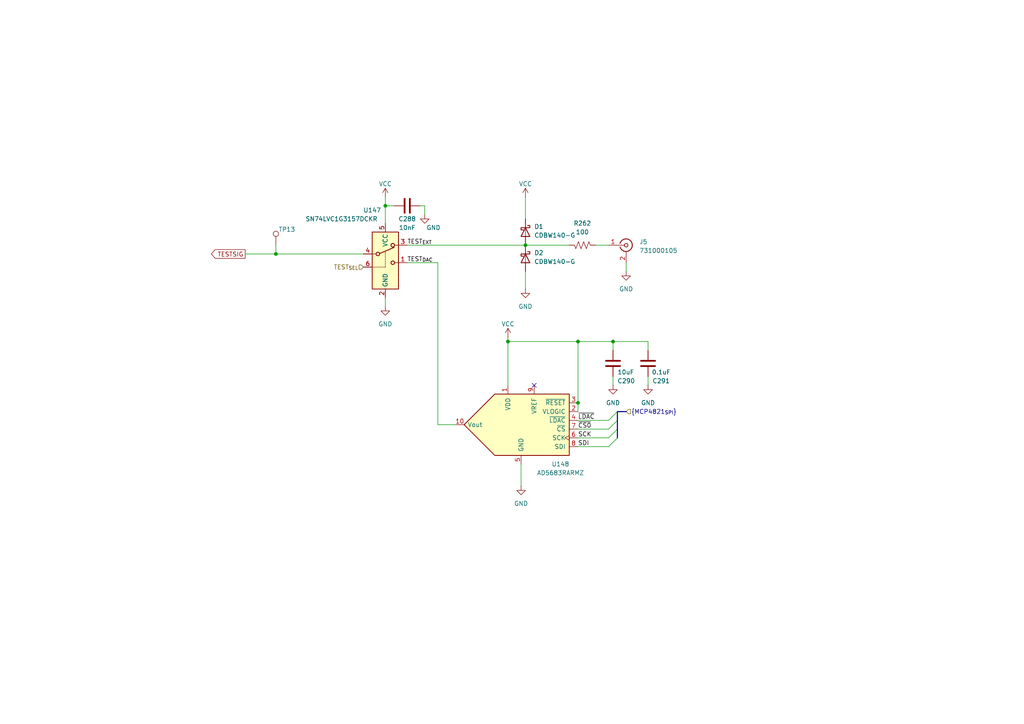
<source format=kicad_sch>
(kicad_sch (version 20231120) (generator "eeschema") (generator_version "8.0")
  (paper "A4")
  (title_block (title "Extracellular Electrophysiology Test Board") (rev "B") (company "Open Ephys, Inc") (comment 1 "Jonathan P. Newman"))
  (lib_symbols
    (symbol "Connector:Conn_Coaxial" (pin_names (offset 1.016) hide)
      (property "Reference" "J" (at 0.254 3.048 0))
      (property "Value" "Conn_Coaxial" (at 2.921 0 90))
      (symbol "Conn_Coaxial_0_1"
        (arc (start -1.778 -0.508) (mid 0.2311 -1.8066) (end 1.778 0) (stroke (width 0.254)))
        (polyline (pts (xy -2.54 0) (xy -0.508 0)))
        (polyline (pts (xy 0 -2.54) (xy 0 -1.778)))
        (circle (center 0 0) (radius 0.508) (stroke (width 0.2032)))
        (arc (start 1.778 0) (mid 0.2099 1.8101) (end -1.778 0.508) (stroke (width 0.254)))
      )
      (symbol "Conn_Coaxial_1_1"
        (pin passive line (at -5.08 0 0) (length 2.54) (name "In") (number "1"))
        (pin passive line (at 0 -5.08 90) (length 2.54) (name "Ext") (number "2"))
      )
    )
    (symbol "Connector:TestPoint" (pin_numbers hide) (pin_names (offset 0.762) hide)
      (property "Reference" "TP" (at 0 6.858 0))
      (property "Value" "TestPoint" (at 0 5.08 0))
      (symbol "TestPoint_0_1"
        (circle (center 0 3.302) (radius 0.762))
      )
      (symbol "TestPoint_1_1"
        (pin passive line (at 0 0 90) (length 2.54) (name "1") (number "1"))
      )
    )
    (symbol "Device:C" (pin_numbers hide) (pin_names (offset 0.254))
      (property "Reference" "C" (at 0.635 2.54 0))
      (property "Value" "C" (at 0.635 -2.54 0))
      (symbol "C_0_1"
        (polyline (pts (xy -2.032 -0.762) (xy 2.032 -0.762)) (stroke (width 0.508)))
        (polyline (pts (xy -2.032 0.762) (xy 2.032 0.762)) (stroke (width 0.508)))
      )
      (symbol "C_1_1"
        (pin passive line (at 0 3.81 270) (length 2.794) (name "~") (number "1"))
        (pin passive line (at 0 -3.81 90) (length 2.794) (name "~") (number "2"))
      )
    )
    (symbol "Device:D_Schottky" (pin_numbers hide) (pin_names (offset 1.016) hide)
      (property "Reference" "D" (at 0 2.54 0))
      (property "Value" "D_Schottky" (at 0 -2.54 0))
      (symbol "D_Schottky_0_1"
        (polyline (pts (xy 1.27 0) (xy -1.27 0)))
        (polyline (pts (xy 1.27 1.27) (xy 1.27 -1.27) (xy -1.27 0) (xy 1.27 1.27)) (stroke (width 0.254)))
        (polyline (pts (xy -1.905 0.635) (xy -1.905 1.27) (xy -1.27 1.27) (xy -1.27 -1.27) (xy -0.635 -1.27) (xy -0.635 -0.635)) (stroke (width 0.254)))
      )
      (symbol "D_Schottky_1_1"
        (pin passive line (at -3.81 0 0) (length 2.54) (name "K") (number "1"))
        (pin passive line (at 3.81 0 180) (length 2.54) (name "A") (number "2"))
      )
    )
    (symbol "Device:R_US" (pin_numbers hide) (pin_names (offset 0))
      (property "Reference" "R" (at 2.54 0 90))
      (property "Value" "R_US" (at -2.54 0 90))
      (symbol "R_US_0_1"
        (polyline (pts (xy 0 -2.286) (xy 0 -2.54)))
        (polyline (pts (xy 0 2.286) (xy 0 2.54)))
        (polyline (pts (xy 0 -0.762) (xy 1.016 -1.143) (xy 0 -1.524) (xy -1.016 -1.905) (xy 0 -2.286)))
        (polyline (pts (xy 0 0.762) (xy 1.016 0.381) (xy 0 0) (xy -1.016 -0.381) (xy 0 -0.762)))
        (polyline (pts (xy 0 2.286) (xy 1.016 1.905) (xy 0 1.524) (xy -1.016 1.143) (xy 0 0.762)))
      )
      (symbol "R_US_1_1"
        (pin passive line (at 0 3.81 270) (length 1.27) (name "~") (number "1"))
        (pin passive line (at 0 -3.81 90) (length 1.27) (name "~") (number "2"))
      )
    )
    (symbol "open-ephys:AD568xR" (pin_names (offset 1.016))
      (property "Reference" "U" (at 8.128 8.255 0))
      (property "Value" "AD568xR" (at 8.128 6.35 0))
      (symbol "AD568xR_0_0"
        (polyline (pts (xy 12.7 0) (xy 3.81 8.89) (xy -17.78 8.89) (xy -17.78 -8.89) (xy 3.81 -8.89) (xy 12.7 0)) (stroke (width 0.254)) (fill (type background)))
      )
      (symbol "AD568xR_1_1"
        (pin power_in line (at 0 11.43 270) (length 2.54) (name "VDD") (number "1"))
        (pin output line (at 15.24 0 180) (length 2.54) (name "Vout") (number "10"))
        (pin input line (at -20.32 3.81 0) (length 2.54) (name "VLOGIC") (number "2"))
        (pin input line (at -20.32 6.35 0) (length 2.54) (name "~{RESET}") (number "3"))
        (pin input line (at -20.32 1.27 0) (length 2.54) (name "~{LDAC}") (number "4"))
        (pin power_in line (at -3.81 -11.43 90) (length 2.54) (name "GND") (number "5"))
        (pin input clock (at -20.32 -3.81 0) (length 2.54) (name "SCK") (number "6"))
        (pin input line (at -20.32 -1.27 0) (length 2.54) (name "~{CS}") (number "7"))
        (pin input line (at -20.32 -6.35 0) (length 2.54) (name "SDI") (number "8"))
        (pin bidirectional line (at -7.62 11.43 270) (length 2.54) (name "VREF") (number "9"))
      )
    )
    (symbol "open-ephys:SN74LVC1G3157DCKR"
      (property "Reference" "U13" (at -3.81 13.97 0))
      (property "Value" "SN74LVC1G3157DCKR" (at -12.7 11.43 0))
      (symbol "SN74LVC1G3157DCKR_1_1"
        (rectangle (start -3.81 7.62) (end 3.81 -8.89) (stroke (width 0.254)) (fill (type background)))
        (circle (center -2.159 1.27) (radius 0.508) (stroke (width 0.254)))
        (polyline (pts (xy -3.81 -2.54) (xy -3.556 -2.54)))
        (polyline (pts (xy -3.81 1.27) (xy -2.794 1.27)))
        (polyline (pts (xy -3.048 -2.54) (xy -3.302 -2.54)))
        (polyline (pts (xy -2.54 -2.54) (xy -2.794 -2.54)))
        (polyline (pts (xy -2.032 -2.54) (xy -2.286 -2.54)))
        (polyline (pts (xy -1.651 1.397) (xy 2.54 3.175)) (stroke (width 0.254)))
        (polyline (pts (xy -1.524 -2.54) (xy -1.778 -2.54)))
        (polyline (pts (xy -1.016 -2.54) (xy -1.27 -2.54)))
        (polyline (pts (xy -0.508 -2.54) (xy -0.762 -2.54)))
        (polyline (pts (xy 0 -2.54) (xy -0.254 -2.54)))
        (polyline (pts (xy 0 -2.54) (xy 0 -2.286)))
        (polyline (pts (xy 0 -2.032) (xy 0 -1.778)))
        (polyline (pts (xy 0 -1.524) (xy 0 -1.27)))
        (polyline (pts (xy 0 -1.016) (xy 0 -0.762)))
        (polyline (pts (xy 0 -0.508) (xy 0 -0.254)))
        (polyline (pts (xy 0 0) (xy 0 0.254)))
        (polyline (pts (xy 0 0.508) (xy 0 0.762)))
        (polyline (pts (xy 0 1.016) (xy 0 1.27)))
        (polyline (pts (xy 0 1.524) (xy 0 1.778)))
        (polyline (pts (xy 0 1.524) (xy 0 1.778)))
        (polyline (pts (xy 3.81 -1.27) (xy 2.794 -1.27)))
        (polyline (pts (xy 3.81 3.81) (xy 2.794 3.81)))
        (circle (center 2.159 -1.27) (radius 0.508) (stroke (width 0.254)))
        (circle (center 2.159 3.81) (radius 0.508) (stroke (width 0.254)))
        (pin passive line (at 6.35 -1.27 180) (length 2.54) (name "~") (number "1"))
        (pin power_in line (at 0 -11.43 90) (length 2.54) (name "GND") (number "2"))
        (pin passive line (at 6.35 3.81 180) (length 2.54) (name "~") (number "3"))
        (pin passive line (at -6.35 1.27 0) (length 2.54) (name "~") (number "4"))
        (pin power_in line (at 0 10.16 270) (length 2.54) (name "VCC") (number "5"))
        (pin input line (at -6.35 -2.54 0) (length 2.54) (name "~") (number "6"))
      )
    )
    (symbol "power:GND" (power) (pin_numbers hide) (pin_names (offset 0) hide)
      (property "Value" "GND" (at 0 -3.81 0))
      (symbol "GND_0_1"
        (polyline (pts (xy 0 0) (xy 0 -1.27) (xy 1.27 -1.27) (xy 0 -2.54) (xy -1.27 -1.27) (xy 0 -1.27)))
      )
      (symbol "GND_1_1"
        (pin power_in line (at 0 0 270) (length 0) (name "~") (number "1"))
      )
    )
    (symbol "power:VCC" (power) (pin_numbers hide) (pin_names (offset 0) hide)
      (property "Value" "VCC" (at 0 3.556 0))
      (symbol "VCC_0_1"
        (polyline (pts (xy -0.762 1.27) (xy 0 2.54)))
        (polyline (pts (xy 0 0) (xy 0 2.54)))
        (polyline (pts (xy 0 2.54) (xy 0.762 1.27)))
      )
      (symbol "VCC_1_1"
        (pin power_in line (at 0 0 90) (length 0) (name "~") (number "1"))
      )
    )
  )
  (junction (at 177.8 99.06))
  (junction (at 152.4 71.12))
  (junction (at 167.64 116.84))
  (junction (at 80.01 73.66))
  (junction (at 167.64 99.06))
  (junction (at 147.32 99.06))
  (junction (at 111.76 59.69))
  (no_connect (at 154.94 111.76))
  (bus_entry (at 176.53 129.54) (size 2.54 -2.54))
  (bus_entry (at 176.53 124.46) (size 2.54 -2.54))
  (bus_entry (at 176.53 127) (size 2.54 -2.54))
  (bus_entry (at 176.53 121.92) (size 2.54 -2.54))
  (wire (pts (xy 167.64 124.46) (xy 176.53 124.46)))
  (wire (pts (xy 147.32 97.79) (xy 147.32 99.06)))
  (wire (pts (xy 111.76 59.69) (xy 114.3 59.69)))
  (wire (pts (xy 80.01 71.12) (xy 80.01 73.66)))
  (wire (pts (xy 111.76 59.69) (xy 111.76 64.77)))
  (wire (pts (xy 147.32 99.06) (xy 147.32 111.76)))
  (wire (pts (xy 152.4 57.15) (xy 152.4 63.5)))
  (wire (pts (xy 152.4 71.12) (xy 165.1 71.12)))
  (wire (pts (xy 127 123.19) (xy 132.08 123.19)))
  (wire (pts (xy 167.64 127) (xy 176.53 127)))
  (wire (pts (xy 177.8 109.22) (xy 177.8 111.76)))
  (wire (pts (xy 151.13 134.62) (xy 151.13 140.97)))
  (wire (pts (xy 111.76 57.15) (xy 111.76 59.69)))
  (wire (pts (xy 177.8 101.6) (xy 177.8 99.06)))
  (wire (pts (xy 127 76.2) (xy 118.11 76.2)))
  (wire (pts (xy 187.96 109.22) (xy 187.96 111.76)))
  (wire (pts (xy 71.12 73.66) (xy 80.01 73.66)))
  (wire (pts (xy 118.11 71.12) (xy 152.4 71.12)))
  (bus (pts (xy 179.07 121.92) (xy 179.07 124.46)))
  (bus (pts (xy 181.61 119.38) (xy 179.07 119.38)))
  (wire (pts (xy 167.64 129.54) (xy 176.53 129.54)))
  (wire (pts (xy 127 76.2) (xy 127 123.19)))
  (wire (pts (xy 111.76 86.36) (xy 111.76 88.9)))
  (wire (pts (xy 167.64 99.06) (xy 147.32 99.06)))
  (wire (pts (xy 167.64 116.84) (xy 167.64 119.38)))
  (wire (pts (xy 187.96 99.06) (xy 187.96 101.6)))
  (wire (pts (xy 80.01 73.66) (xy 105.41 73.66)))
  (wire (pts (xy 181.61 76.2) (xy 181.61 78.74)))
  (wire (pts (xy 152.4 78.74) (xy 152.4 83.82)))
  (wire (pts (xy 123.19 59.69) (xy 123.19 62.23)))
  (wire (pts (xy 167.64 121.92) (xy 176.53 121.92)))
  (wire (pts (xy 177.8 99.06) (xy 167.64 99.06)))
  (wire (pts (xy 121.92 59.69) (xy 123.19 59.69)))
  (wire (pts (xy 187.96 99.06) (xy 177.8 99.06)))
  (wire (pts (xy 172.72 71.12) (xy 176.53 71.12)))
  (wire (pts (xy 167.64 99.06) (xy 167.64 116.84)))
  (bus (pts (xy 179.07 124.46) (xy 179.07 127)))
  (bus (pts (xy 179.07 119.38) (xy 179.07 121.92)))
  (label "SCK" (at 167.64 127 0))
  (label "~{CS0}" (at 167.64 124.46 0))
  (label "SDI" (at 167.64 129.54 0))
  (label "TEST_{EXT}" (at 118.11 71.12 0))
  (label "TEST_{DAC}" (at 118.11 76.2 0))
  (label "~{LDAC}" (at 167.64 121.92 0))
  (global_label "TESTSIG" (shape output) (at 71.12 73.66 180) (property "Intersheetrefs" "${INTERSHEET_REFS}" (effects (hide yes))))
  (hierarchical_label "{MCP4821_{SPI}}" (shape input) (at 181.61 119.38 0))
  (hierarchical_label "TEST_{SEL}" (shape input) (at 105.41 77.47 180))
  (symbol (lib_id "Device:D_Schottky") (at 152.4 67.31 270) (unit 1)
    (property "Reference" "D1" (at 154.94 65.7225 90) (effects (justify left)))
    (property "Value" "CDBW140-G" (at 154.94 68.2625 90) (effects (justify left)))
    (property "Footprint" "Diode_SMD:D_SOD-123" (effects (hide yes)))
    (property "Description" "Schottky diode" (effects (hide yes)))
  )
  (symbol (lib_id "Device:C") (at 187.96 105.41 0) (mirror y) (unit 1)
    (property "Reference" "C291" (at 191.77 110.49 0))
    (property "Value" "0.1uF" (at 191.77 107.95 0))
    (property "Footprint" "Capacitor_SMD:C_0402_1005Metric" (effects (hide yes)))
    (property "Description" "Unpolarized capacitor" (effects (hide yes)))
    (property "TempCo" "X7R" (effects (hide yes)))
  )
  (symbol (lib_id "Device:R_US") (at 168.91 71.12 270) (mirror x) (unit 1)
    (property "Reference" "R262" (at 168.91 64.77 90))
    (property "Value" "100" (at 168.91 67.31 90))
    (property "Footprint" "Resistor_SMD:R_1206_3216Metric" (effects (hide yes)))
    (property "Description" "Resistor, US symbol" (effects (hide yes)))
  )
  (symbol (lib_id "power:GND") (at 181.61 78.74 0) (mirror y) (unit 1)
    (property "Reference" "#PWR0729" (effects (hide yes)))
    (property "Value" "GND" (at 181.61 83.82 0))
    (property "Description" "Power symbol creates a global label with name \"GND\" , ground" (effects (hide yes)))
  )
  (symbol (lib_id "power:VCC") (at 152.4 57.15 0) (mirror y) (unit 1)
    (property "Reference" "#PWR0726" (effects (hide yes)))
    (property "Value" "VCC" (at 152.4 53.34 0))
    (property "Description" "Power symbol creates a global label with name \"VCC\"" (effects (hide yes)))
  )
  (symbol (lib_id "open-ephys:AD568xR") (at 147.32 123.19 0) (mirror y) (unit 1)
    (property "Reference" "U148" (at 162.56 134.62 0))
    (property "Value" "AD5683RARMZ" (at 162.56 137.16 0))
    (property "Footprint" "Package_SO:MSOP-10_3x3mm_P0.5mm" (effects (hide yes)))
    (property "Datasheet" "https://www.analog.com/media/en/technical-documentation/data-sheets/AD5683R_5682R_5681R_5683.pdf" (effects (hide yes)))
    (property "Description" "16-/14-/12-Bit nanoDAC+, with ±2 (16-Bit) LSB INL and 2 ppm/°C Reference. Vlogic option." (effects (hide yes)))
  )
  (symbol (lib_id "power:GND") (at 177.8 111.76 0) (unit 1)
    (property "Reference" "#PWR0728" (effects (hide yes)))
    (property "Value" "GND" (at 177.8 116.84 0))
    (property "Description" "Power symbol creates a global label with name \"GND\" , ground" (effects (hide yes)))
  )
  (symbol (lib_id "Device:C") (at 118.11 59.69 90) (unit 1)
    (property "Reference" "C288" (at 118.11 63.5 90))
    (property "Value" "10nF" (at 118.11 66.04 90))
    (property "Footprint" "Capacitor_SMD:C_0402_1005Metric" (effects (hide yes)))
    (property "Description" "Unpolarized capacitor" (effects (hide yes)))
    (property "TempCo" "X7R" (effects (hide yes)))
  )
  (symbol (lib_id "power:GND") (at 187.96 111.76 0) (unit 1)
    (property "Reference" "#PWR0730" (effects (hide yes)))
    (property "Value" "GND" (at 187.96 116.84 0))
    (property "Description" "Power symbol creates a global label with name \"GND\" , ground" (effects (hide yes)))
  )
  (symbol (lib_id "Connector:TestPoint") (at 80.01 71.12 0) (unit 1)
    (property "Reference" "TP13" (at 80.772 66.548 0) (effects (justify left)))
    (property "Value" "VCC" (effects (hide yes)))
    (property "Footprint" "TestPoint:TestPoint_Pad_D2.0mm" (effects (hide yes)))
    (property "Description" "test point" (effects (hide yes)))
  )
  (symbol (lib_id "Connector:Conn_Coaxial") (at 181.61 71.12 0) (unit 1)
    (property "Reference" "J5" (at 185.42 70.1432 0) (effects (justify left)))
    (property "Value" "731000105" (at 185.42 72.6832 0) (effects (justify left)))
    (property "Footprint" "open-ephys:BNC_MOLEX_0731000105" (effects (hide yes)))
    (property "Description" "coaxial connector (BNC, SMA, SMB, SMC, Cinch/RCA, LEMO, ...)" (effects (hide yes)))
  )
  (symbol (lib_id "power:GND") (at 152.4 83.82 0) (mirror y) (unit 1)
    (property "Reference" "#PWR0727" (effects (hide yes)))
    (property "Value" "GND" (at 152.4 88.9 0))
    (property "Description" "Power symbol creates a global label with name \"GND\" , ground" (effects (hide yes)))
  )
  (symbol (lib_id "Device:C") (at 177.8 105.41 0) (unit 1)
    (property "Reference" "C290" (at 179.07 110.49 0) (effects (justify left)))
    (property "Value" "10uF" (at 179.07 107.95 0) (effects (justify left)))
    (property "Footprint" "Capacitor_SMD:C_1206_3216Metric" (effects (hide yes)))
    (property "Description" "Unpolarized capacitor" (effects (hide yes)))
    (property "TempCo" "X5R" (effects (hide yes)))
    (property "Voltage" "16V" (effects (hide yes)))
  )
  (symbol (lib_id "power:VCC") (at 111.76 57.15 0) (mirror y) (unit 1)
    (property "Reference" "#PWR0720" (effects (hide yes)))
    (property "Value" "VCC" (at 111.76 53.34 0))
    (property "Description" "Power symbol creates a global label with name \"VCC\"" (effects (hide yes)))
  )
  (symbol (lib_id "power:GND") (at 123.19 62.23 0) (mirror y) (unit 1)
    (property "Reference" "#PWR0722" (effects (hide yes)))
    (property "Value" "GND" (at 125.73 66.04 0))
    (property "Description" "Power symbol creates a global label with name \"GND\" , ground" (effects (hide yes)))
  )
  (symbol (lib_id "open-ephys:SN74LVC1G3157DCKR") (at 111.76 74.93 0) (unit 1)
    (property "Reference" "U147" (at 107.95 60.96 0))
    (property "Value" "SN74LVC1G3157DCKR" (at 99.06 63.5 0))
    (property "Footprint" "Package_TO_SOT_SMD:SOT-363_SC-70-6" (effects (hide yes)))
    (property "Datasheet" "https://www.ti.com/lit/ds/symlink/sn74lvc1g3157.pdf?HQS=dis-dk-null-digikeymode-dsf-pf-null-wwe&ts=1702261952416&ref_url=https%253A%252F%252Fwww.ti.com%252Fgeneral%252Fdocs%252Fsuppproductinfo.tsp%253FdistId%253D10%2526gotoUrl%253Dhttps%253A%252F%252Fwww.ti.com%252Flit%252Fgpn%252Fsn74lvc1g3157" (effects (hide yes)))
    (property "Description" "Single-Pole Double-Throw Analog Switch" (effects (hide yes)))
  )
  (symbol (lib_id "power:GND") (at 111.76 88.9 0) (mirror y) (unit 1)
    (property "Reference" "#PWR0721" (effects (hide yes)))
    (property "Value" "GND" (at 111.76 93.98 0))
    (property "Description" "Power symbol creates a global label with name \"GND\" , ground" (effects (hide yes)))
  )
  (symbol (lib_id "power:GND") (at 151.13 140.97 0) (mirror y) (unit 1)
    (property "Reference" "#PWR0725" (effects (hide yes)))
    (property "Value" "GND" (at 151.13 146.05 0))
    (property "Description" "Power symbol creates a global label with name \"GND\" , ground" (effects (hide yes)))
  )
  (symbol (lib_id "Device:D_Schottky") (at 152.4 74.93 270) (unit 1)
    (property "Reference" "D2" (at 154.94 73.3425 90) (effects (justify left)))
    (property "Value" "CDBW140-G" (at 154.94 75.8825 90) (effects (justify left)))
    (property "Footprint" "Diode_SMD:D_SOD-123" (effects (hide yes)))
    (property "Description" "Schottky diode" (effects (hide yes)))
  )
  (symbol (lib_id "power:VCC") (at 147.32 97.79 0) (unit 1)
    (property "Reference" "#PWR0724" (effects (hide yes)))
    (property "Value" "VCC" (at 147.32 93.98 0))
    (property "Description" "Power symbol creates a global label with name \"VCC\"" (effects (hide yes)))
  )
)
</source>
